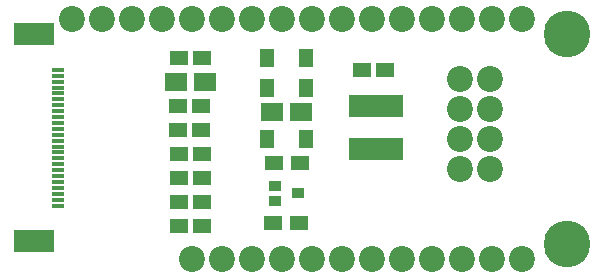
<source format=gbr>
G04 #@! TF.FileFunction,Soldermask,Top*
%FSLAX46Y46*%
G04 Gerber Fmt 4.6, Leading zero omitted, Abs format (unit mm)*
G04 Created by KiCad (PCBNEW 4.0.7) date 2018 March 18, Sunday 16:32:36*
%MOMM*%
%LPD*%
G01*
G04 APERTURE LIST*
%ADD10C,0.150000*%
%ADD11C,2.200000*%
%ADD12C,3.956000*%
%ADD13R,4.600000X1.900000*%
%ADD14R,1.600000X1.150000*%
%ADD15R,1.900000X1.650000*%
%ADD16R,1.300000X1.600000*%
%ADD17R,3.400000X1.900000*%
%ADD18R,1.100760X0.369240*%
%ADD19R,1.100000X0.850000*%
%ADD20R,1.600000X1.300000*%
G04 APERTURE END LIST*
D10*
D11*
X129667000Y-93980000D03*
X132207000Y-93980000D03*
X134747000Y-93980000D03*
X137287000Y-93980000D03*
X139827000Y-93980000D03*
X142367000Y-93980000D03*
X144907000Y-93980000D03*
X147447000Y-93980000D03*
X149987000Y-93980000D03*
X152527000Y-93980000D03*
X155067000Y-93980000D03*
X157607000Y-93980000D03*
X160147000Y-93980000D03*
X162687000Y-93980000D03*
X165227000Y-93980000D03*
X167767000Y-93980000D03*
X167767000Y-114300000D03*
X165227000Y-114300000D03*
X162687000Y-114300000D03*
X160147000Y-114300000D03*
X157607000Y-114300000D03*
X155067000Y-114300000D03*
X152527000Y-114300000D03*
X149987000Y-114300000D03*
X147447000Y-114300000D03*
X144907000Y-114300000D03*
X142367000Y-114300000D03*
X139827000Y-114300000D03*
D12*
X171577000Y-113030000D03*
X171577000Y-95250000D03*
D13*
X155448000Y-101324000D03*
X155448000Y-104924000D03*
D14*
X154244000Y-98298000D03*
X156144000Y-98298000D03*
D15*
X146578000Y-101854000D03*
X149078000Y-101854000D03*
D14*
X138684000Y-103378000D03*
X140584000Y-103378000D03*
D15*
X138470000Y-99314000D03*
X140970000Y-99314000D03*
D14*
X138750000Y-111506000D03*
X140650000Y-111506000D03*
X138750000Y-109474000D03*
X140650000Y-109474000D03*
X138750000Y-107442000D03*
X140650000Y-107442000D03*
X138750000Y-105410000D03*
X140650000Y-105410000D03*
X138684000Y-101346000D03*
X140584000Y-101346000D03*
X138750000Y-97282000D03*
X140650000Y-97282000D03*
D16*
X146178000Y-104140000D03*
X149478000Y-104140000D03*
X149479000Y-97282000D03*
X146179000Y-97282000D03*
X146178000Y-99822000D03*
X149478000Y-99822000D03*
D17*
X126492000Y-112750000D03*
X126492000Y-95250000D03*
D18*
X128492000Y-98250000D03*
X128492000Y-98750000D03*
X128492000Y-99250000D03*
X128492000Y-99750000D03*
X128492000Y-100250000D03*
X128492000Y-100750000D03*
X128492000Y-101250000D03*
X128492000Y-101750000D03*
X128492000Y-102250000D03*
X128492000Y-102750000D03*
X128492000Y-103250000D03*
X128492000Y-103750000D03*
X128492000Y-104250000D03*
X128492000Y-104750000D03*
X128492000Y-105250000D03*
X128492000Y-105750000D03*
X128492000Y-106250000D03*
X128492000Y-106750000D03*
X128492000Y-107250000D03*
X128492000Y-107750000D03*
X128492000Y-108250000D03*
X128492000Y-108750000D03*
X128492000Y-109250000D03*
X128492000Y-109750000D03*
D19*
X146844000Y-108062000D03*
X146844000Y-109362000D03*
X148844000Y-108712000D03*
D20*
X146812000Y-106172000D03*
X149012000Y-106172000D03*
X146728000Y-111252000D03*
X148928000Y-111252000D03*
D11*
X162560000Y-99060000D03*
X165100000Y-99060000D03*
X162560000Y-101600000D03*
X165100000Y-101600000D03*
X162560000Y-104140000D03*
X165100000Y-104140000D03*
X162560000Y-106680000D03*
X165100000Y-106680000D03*
M02*

</source>
